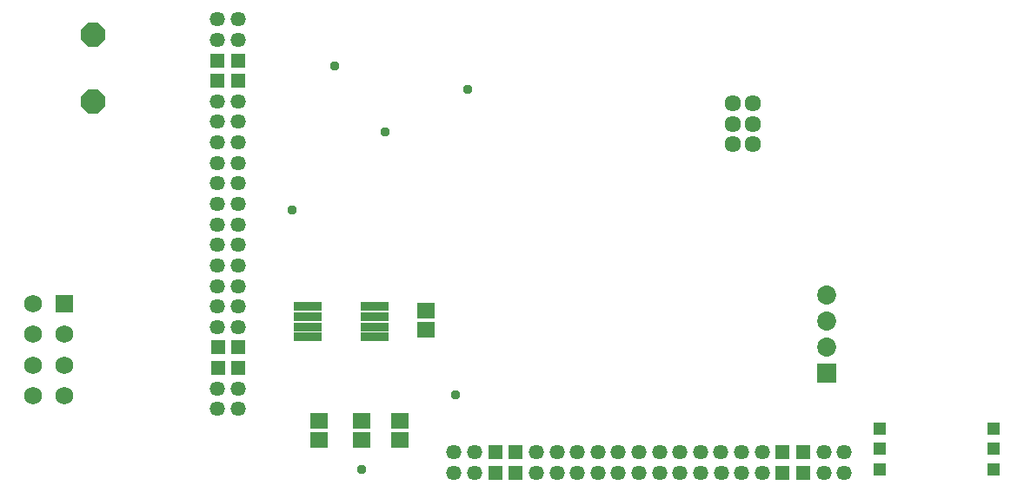
<source format=gbr>
G04 EAGLE Gerber RS-274X export*
G75*
%MOMM*%
%FSLAX34Y34*%
%LPD*%
%INSoldermask Bottom*%
%IPPOS*%
%AMOC8*
5,1,8,0,0,1.08239X$1,22.5*%
G01*
%ADD10R,1.461200X1.461200*%
%ADD11C,1.461200*%
%ADD12P,2.556822X8X112.500000*%
%ADD13C,1.733200*%
%ADD14R,1.733200X1.733200*%
%ADD15R,1.703200X1.503200*%
%ADD16R,2.743200X0.838200*%
%ADD17R,1.311200X1.311200*%
%ADD18R,1.854200X1.854200*%
%ADD19C,1.854200*%
%ADD20C,1.611200*%
%ADD21C,0.959600*%


D10*
X770700Y51500D03*
X750700Y51500D03*
X770700Y31500D03*
X750700Y31500D03*
X490700Y51500D03*
X470600Y51400D03*
X490700Y31500D03*
X470700Y31600D03*
X220400Y153700D03*
X220400Y133700D03*
X200500Y133700D03*
X200500Y153700D03*
X200400Y413700D03*
X220300Y413800D03*
X200400Y433600D03*
X220600Y433700D03*
D11*
X810700Y51400D03*
X790600Y51500D03*
X810600Y31500D03*
X790700Y31600D03*
X730600Y51400D03*
X730700Y31400D03*
X710600Y51400D03*
X710700Y31400D03*
X690700Y31400D03*
X690600Y51400D03*
X670600Y51400D03*
X670500Y31400D03*
X650600Y51500D03*
X650700Y31400D03*
X630700Y51400D03*
X630600Y31500D03*
X610600Y51400D03*
X610700Y31400D03*
X590600Y51500D03*
X590600Y31500D03*
X570600Y51500D03*
X570600Y31400D03*
X550700Y51500D03*
X550700Y31400D03*
X530700Y51500D03*
X530700Y31400D03*
X510600Y51500D03*
X510600Y31400D03*
X450700Y51500D03*
X450700Y31400D03*
X430600Y51500D03*
X430600Y31400D03*
X220400Y113800D03*
X220400Y93700D03*
X200300Y113800D03*
X200300Y93700D03*
X220400Y193800D03*
X220400Y173700D03*
X200300Y193800D03*
X200300Y173700D03*
X220300Y233800D03*
X220300Y213700D03*
X200200Y233800D03*
X200200Y213700D03*
X220300Y273800D03*
X220300Y253700D03*
X200200Y273800D03*
X200200Y253700D03*
X220400Y313800D03*
X220400Y293700D03*
X200300Y313800D03*
X200300Y293700D03*
X220400Y353800D03*
X220400Y333700D03*
X200300Y353800D03*
X200300Y333700D03*
X220400Y393900D03*
X220400Y373800D03*
X200300Y393900D03*
X200300Y373800D03*
X220400Y473800D03*
X220400Y453700D03*
X200300Y473800D03*
X200300Y453700D03*
D12*
X79000Y393488D03*
X79000Y458512D03*
D13*
X50800Y166500D03*
X20800Y166500D03*
X50800Y136500D03*
X20800Y136500D03*
D14*
X50800Y196500D03*
D13*
X50800Y106500D03*
X20800Y196500D03*
X20800Y106500D03*
D15*
X378100Y63050D03*
X378100Y82050D03*
X403300Y189700D03*
X403300Y170700D03*
D16*
X353600Y193800D03*
X353600Y183800D03*
X353600Y173800D03*
X353600Y163800D03*
X288200Y163800D03*
X288200Y173800D03*
X288200Y183800D03*
X288200Y193800D03*
D15*
X340600Y82050D03*
X340600Y63050D03*
X299400Y82050D03*
X299400Y63050D03*
D17*
X844900Y34800D03*
X844900Y54800D03*
X844900Y74800D03*
X955700Y74800D03*
X955700Y54800D03*
X955700Y34800D03*
D18*
X793500Y128400D03*
D19*
X793500Y153800D03*
X793500Y179200D03*
X793500Y204600D03*
D20*
X702000Y392000D03*
X722000Y392000D03*
X702000Y372000D03*
X722000Y372000D03*
X702000Y352000D03*
X722000Y352000D03*
D21*
X272500Y288000D03*
X314500Y428000D03*
X443500Y405500D03*
X363500Y364000D03*
X432200Y107400D03*
X341000Y34500D03*
M02*

</source>
